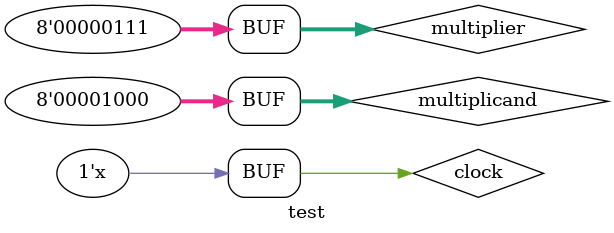
<source format=v>
`timescale 1ns / 1ps


module test;

	// Inputs
	reg [7:0] multiplier;
	reg [7:0] multiplicand;
	reg clock;

	// Outputs
	wire [7:0] result;

	// Instantiate the Unit Under Test (UUT)
	mul uut (
		.multiplier(multiplier), 
		.multiplicand(multiplicand), 
		.clock(clock), 
		.result(result)
	);

	initial begin
		multiplier = 7;
		multiplicand = 8;
		clock = 0;
	end
	
	always
		#100 clock = ~clock;
      
endmodule


</source>
